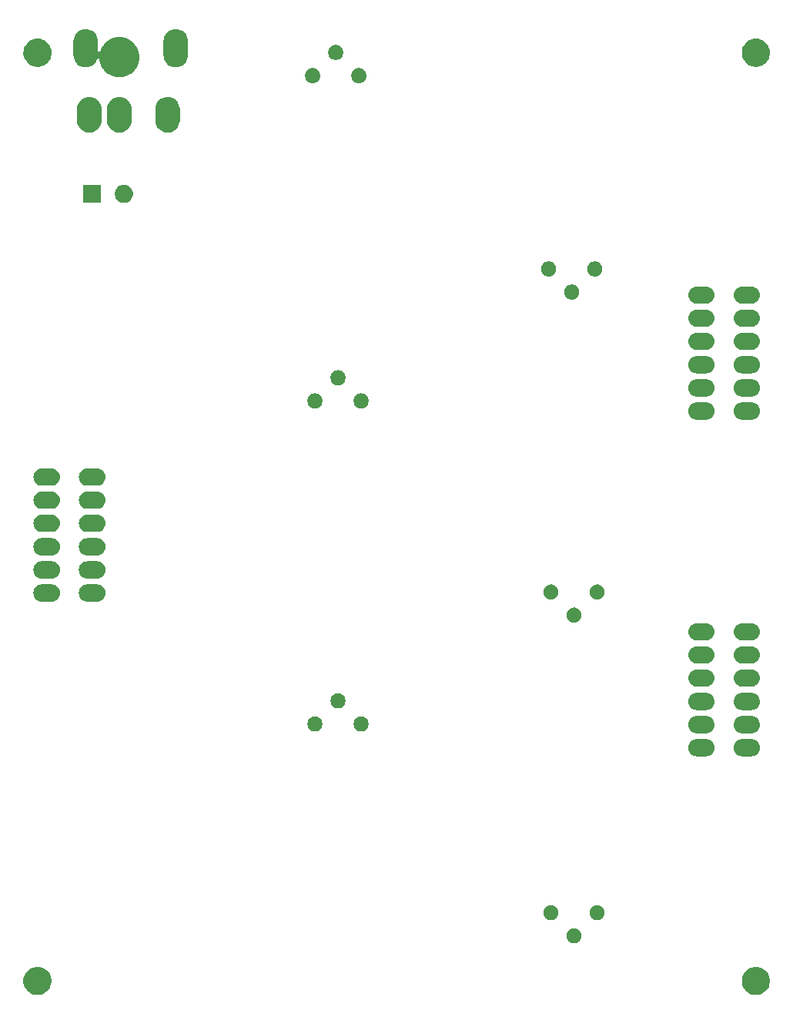
<source format=gbr>
G04 #@! TF.GenerationSoftware,KiCad,Pcbnew,(5.0.2)-1*
G04 #@! TF.CreationDate,2019-03-05T16:27:41-05:00*
G04 #@! TF.ProjectId,piezo_V2,7069657a-6f5f-4563-922e-6b696361645f,rev?*
G04 #@! TF.SameCoordinates,Original*
G04 #@! TF.FileFunction,Soldermask,Bot*
G04 #@! TF.FilePolarity,Negative*
%FSLAX46Y46*%
G04 Gerber Fmt 4.6, Leading zero omitted, Abs format (unit mm)*
G04 Created by KiCad (PCBNEW (5.0.2)-1) date 3/5/2019 4:27:41 PM*
%MOMM*%
%LPD*%
G01*
G04 APERTURE LIST*
%ADD10C,1.000000*%
G04 APERTURE END LIST*
D10*
G36*
X188252481Y-141469855D02*
X188452118Y-141509565D01*
X188640173Y-141587460D01*
X188734201Y-141626408D01*
X188988071Y-141796038D01*
X189203962Y-142011929D01*
X189373592Y-142265799D01*
X189373592Y-142265800D01*
X189490435Y-142547882D01*
X189550000Y-142847338D01*
X189550000Y-143152662D01*
X189490435Y-143452118D01*
X189412540Y-143640173D01*
X189373592Y-143734201D01*
X189203962Y-143988071D01*
X188988071Y-144203962D01*
X188734201Y-144373592D01*
X188640173Y-144412540D01*
X188452118Y-144490435D01*
X188252481Y-144530145D01*
X188152663Y-144550000D01*
X187847337Y-144550000D01*
X187747519Y-144530145D01*
X187547882Y-144490435D01*
X187359827Y-144412540D01*
X187265799Y-144373592D01*
X187011929Y-144203962D01*
X186796038Y-143988071D01*
X186626408Y-143734201D01*
X186587460Y-143640173D01*
X186509565Y-143452118D01*
X186450000Y-143152662D01*
X186450000Y-142847338D01*
X186509565Y-142547882D01*
X186626408Y-142265800D01*
X186626408Y-142265799D01*
X186796038Y-142011929D01*
X187011929Y-141796038D01*
X187265799Y-141626408D01*
X187359827Y-141587460D01*
X187547882Y-141509565D01*
X187747519Y-141469855D01*
X187847337Y-141450000D01*
X188152663Y-141450000D01*
X188252481Y-141469855D01*
X188252481Y-141469855D01*
G37*
G36*
X109252481Y-141469855D02*
X109452118Y-141509565D01*
X109640173Y-141587460D01*
X109734201Y-141626408D01*
X109988071Y-141796038D01*
X110203962Y-142011929D01*
X110373592Y-142265799D01*
X110373592Y-142265800D01*
X110490435Y-142547882D01*
X110550000Y-142847338D01*
X110550000Y-143152662D01*
X110490435Y-143452118D01*
X110412540Y-143640173D01*
X110373592Y-143734201D01*
X110203962Y-143988071D01*
X109988071Y-144203962D01*
X109734201Y-144373592D01*
X109640173Y-144412540D01*
X109452118Y-144490435D01*
X109252481Y-144530145D01*
X109152663Y-144550000D01*
X108847337Y-144550000D01*
X108747519Y-144530145D01*
X108547882Y-144490435D01*
X108359827Y-144412540D01*
X108265799Y-144373592D01*
X108011929Y-144203962D01*
X107796038Y-143988071D01*
X107626408Y-143734201D01*
X107587460Y-143640173D01*
X107509565Y-143452118D01*
X107450000Y-143152662D01*
X107450000Y-142847338D01*
X107509565Y-142547882D01*
X107626408Y-142265800D01*
X107626408Y-142265799D01*
X107796038Y-142011929D01*
X108011929Y-141796038D01*
X108265799Y-141626408D01*
X108359827Y-141587460D01*
X108547882Y-141509565D01*
X108747519Y-141469855D01*
X108847337Y-141450000D01*
X109152663Y-141450000D01*
X109252481Y-141469855D01*
X109252481Y-141469855D01*
G37*
G36*
X168161925Y-137225948D02*
X168242102Y-137241896D01*
X168304669Y-137267813D01*
X168393151Y-137304463D01*
X168529097Y-137395299D01*
X168644701Y-137510903D01*
X168735537Y-137646849D01*
X168798104Y-137797899D01*
X168830000Y-137958251D01*
X168830000Y-138121749D01*
X168798104Y-138282101D01*
X168735537Y-138433151D01*
X168644701Y-138569097D01*
X168529097Y-138684701D01*
X168393151Y-138775537D01*
X168304669Y-138812187D01*
X168242102Y-138838104D01*
X168161925Y-138854052D01*
X168081749Y-138870000D01*
X167918251Y-138870000D01*
X167838075Y-138854052D01*
X167757898Y-138838104D01*
X167695331Y-138812187D01*
X167606849Y-138775537D01*
X167470903Y-138684701D01*
X167355299Y-138569097D01*
X167264463Y-138433151D01*
X167201896Y-138282101D01*
X167170000Y-138121749D01*
X167170000Y-137958251D01*
X167201896Y-137797899D01*
X167264463Y-137646849D01*
X167355299Y-137510903D01*
X167470903Y-137395299D01*
X167606849Y-137304463D01*
X167695331Y-137267813D01*
X167757898Y-137241896D01*
X167838075Y-137225948D01*
X167918251Y-137210000D01*
X168081749Y-137210000D01*
X168161925Y-137225948D01*
X168161925Y-137225948D01*
G37*
G36*
X170701925Y-134685948D02*
X170782102Y-134701896D01*
X170844669Y-134727813D01*
X170933151Y-134764463D01*
X171069097Y-134855299D01*
X171184701Y-134970903D01*
X171275537Y-135106849D01*
X171338104Y-135257899D01*
X171370000Y-135418251D01*
X171370000Y-135581749D01*
X171338104Y-135742101D01*
X171275537Y-135893151D01*
X171184701Y-136029097D01*
X171069097Y-136144701D01*
X170933151Y-136235537D01*
X170844669Y-136272187D01*
X170782102Y-136298104D01*
X170701925Y-136314052D01*
X170621749Y-136330000D01*
X170458251Y-136330000D01*
X170378075Y-136314052D01*
X170297898Y-136298104D01*
X170235331Y-136272187D01*
X170146849Y-136235537D01*
X170010903Y-136144701D01*
X169895299Y-136029097D01*
X169804463Y-135893151D01*
X169741896Y-135742101D01*
X169710000Y-135581749D01*
X169710000Y-135418251D01*
X169741896Y-135257899D01*
X169804463Y-135106849D01*
X169895299Y-134970903D01*
X170010903Y-134855299D01*
X170146849Y-134764463D01*
X170235331Y-134727813D01*
X170297898Y-134701896D01*
X170378075Y-134685948D01*
X170458251Y-134670000D01*
X170621749Y-134670000D01*
X170701925Y-134685948D01*
X170701925Y-134685948D01*
G37*
G36*
X165621925Y-134685948D02*
X165702102Y-134701896D01*
X165764669Y-134727813D01*
X165853151Y-134764463D01*
X165989097Y-134855299D01*
X166104701Y-134970903D01*
X166195537Y-135106849D01*
X166258104Y-135257899D01*
X166290000Y-135418251D01*
X166290000Y-135581749D01*
X166258104Y-135742101D01*
X166195537Y-135893151D01*
X166104701Y-136029097D01*
X165989097Y-136144701D01*
X165853151Y-136235537D01*
X165764669Y-136272187D01*
X165702102Y-136298104D01*
X165621925Y-136314052D01*
X165541749Y-136330000D01*
X165378251Y-136330000D01*
X165298075Y-136314052D01*
X165217898Y-136298104D01*
X165155331Y-136272187D01*
X165066849Y-136235537D01*
X164930903Y-136144701D01*
X164815299Y-136029097D01*
X164724463Y-135893151D01*
X164661896Y-135742101D01*
X164630000Y-135581749D01*
X164630000Y-135418251D01*
X164661896Y-135257899D01*
X164724463Y-135106849D01*
X164815299Y-134970903D01*
X164930903Y-134855299D01*
X165066849Y-134764463D01*
X165155331Y-134727813D01*
X165217898Y-134701896D01*
X165298075Y-134685948D01*
X165378251Y-134670000D01*
X165541749Y-134670000D01*
X165621925Y-134685948D01*
X165621925Y-134685948D01*
G37*
G36*
X182686232Y-116433746D02*
X182775770Y-116460907D01*
X182865309Y-116488068D01*
X183030347Y-116576283D01*
X183175001Y-116694999D01*
X183293717Y-116839653D01*
X183381932Y-117004691D01*
X183436254Y-117183769D01*
X183454596Y-117370000D01*
X183436254Y-117556231D01*
X183381932Y-117735309D01*
X183293717Y-117900347D01*
X183175001Y-118045001D01*
X183030347Y-118163717D01*
X182865309Y-118251932D01*
X182775770Y-118279093D01*
X182686232Y-118306254D01*
X182546666Y-118320000D01*
X181453334Y-118320000D01*
X181313768Y-118306254D01*
X181224230Y-118279093D01*
X181134691Y-118251932D01*
X180969653Y-118163717D01*
X180824999Y-118045001D01*
X180706283Y-117900347D01*
X180618068Y-117735309D01*
X180563746Y-117556231D01*
X180545404Y-117370000D01*
X180563746Y-117183769D01*
X180618068Y-117004691D01*
X180706283Y-116839653D01*
X180824999Y-116694999D01*
X180969653Y-116576283D01*
X181134691Y-116488068D01*
X181224230Y-116460907D01*
X181313768Y-116433746D01*
X181453334Y-116420000D01*
X182546666Y-116420000D01*
X182686232Y-116433746D01*
X182686232Y-116433746D01*
G37*
G36*
X187686232Y-116433746D02*
X187775770Y-116460907D01*
X187865309Y-116488068D01*
X188030347Y-116576283D01*
X188175001Y-116694999D01*
X188293717Y-116839653D01*
X188381932Y-117004691D01*
X188436254Y-117183769D01*
X188454596Y-117370000D01*
X188436254Y-117556231D01*
X188381932Y-117735309D01*
X188293717Y-117900347D01*
X188175001Y-118045001D01*
X188030347Y-118163717D01*
X187865309Y-118251932D01*
X187775770Y-118279093D01*
X187686232Y-118306254D01*
X187546666Y-118320000D01*
X186453334Y-118320000D01*
X186313768Y-118306254D01*
X186224230Y-118279093D01*
X186134691Y-118251932D01*
X185969653Y-118163717D01*
X185824999Y-118045001D01*
X185706283Y-117900347D01*
X185618068Y-117735309D01*
X185563746Y-117556231D01*
X185545404Y-117370000D01*
X185563746Y-117183769D01*
X185618068Y-117004691D01*
X185706283Y-116839653D01*
X185824999Y-116694999D01*
X185969653Y-116576283D01*
X186134691Y-116488068D01*
X186224230Y-116460907D01*
X186313768Y-116433746D01*
X186453334Y-116420000D01*
X187546666Y-116420000D01*
X187686232Y-116433746D01*
X187686232Y-116433746D01*
G37*
G36*
X187616448Y-113886873D02*
X187686232Y-113893746D01*
X187772780Y-113920000D01*
X187865309Y-113948068D01*
X188030347Y-114036283D01*
X188175001Y-114154999D01*
X188293717Y-114299653D01*
X188381932Y-114464691D01*
X188395039Y-114507899D01*
X188436254Y-114643768D01*
X188454596Y-114830000D01*
X188438631Y-114992102D01*
X188436254Y-115016231D01*
X188381932Y-115195309D01*
X188293717Y-115360347D01*
X188175001Y-115505001D01*
X188030347Y-115623717D01*
X187865309Y-115711932D01*
X187775770Y-115739093D01*
X187686232Y-115766254D01*
X187616448Y-115773127D01*
X187546666Y-115780000D01*
X186453334Y-115780000D01*
X186383552Y-115773127D01*
X186313768Y-115766254D01*
X186224230Y-115739093D01*
X186134691Y-115711932D01*
X185969653Y-115623717D01*
X185824999Y-115505001D01*
X185706283Y-115360347D01*
X185618068Y-115195309D01*
X185563746Y-115016231D01*
X185561370Y-114992102D01*
X185545404Y-114830000D01*
X185563746Y-114643768D01*
X185604961Y-114507899D01*
X185618068Y-114464691D01*
X185706283Y-114299653D01*
X185824999Y-114154999D01*
X185969653Y-114036283D01*
X186134691Y-113948068D01*
X186227220Y-113920000D01*
X186313768Y-113893746D01*
X186383552Y-113886873D01*
X186453334Y-113880000D01*
X187546666Y-113880000D01*
X187616448Y-113886873D01*
X187616448Y-113886873D01*
G37*
G36*
X182616448Y-113886873D02*
X182686232Y-113893746D01*
X182772780Y-113920000D01*
X182865309Y-113948068D01*
X183030347Y-114036283D01*
X183175001Y-114154999D01*
X183293717Y-114299653D01*
X183381932Y-114464691D01*
X183395039Y-114507899D01*
X183436254Y-114643768D01*
X183454596Y-114830000D01*
X183438631Y-114992102D01*
X183436254Y-115016231D01*
X183381932Y-115195309D01*
X183293717Y-115360347D01*
X183175001Y-115505001D01*
X183030347Y-115623717D01*
X182865309Y-115711932D01*
X182775770Y-115739093D01*
X182686232Y-115766254D01*
X182616448Y-115773127D01*
X182546666Y-115780000D01*
X181453334Y-115780000D01*
X181383552Y-115773127D01*
X181313768Y-115766254D01*
X181224230Y-115739093D01*
X181134691Y-115711932D01*
X180969653Y-115623717D01*
X180824999Y-115505001D01*
X180706283Y-115360347D01*
X180618068Y-115195309D01*
X180563746Y-115016231D01*
X180561370Y-114992102D01*
X180545404Y-114830000D01*
X180563746Y-114643768D01*
X180604961Y-114507899D01*
X180618068Y-114464691D01*
X180706283Y-114299653D01*
X180824999Y-114154999D01*
X180969653Y-114036283D01*
X181134691Y-113948068D01*
X181227220Y-113920000D01*
X181313768Y-113893746D01*
X181383552Y-113886873D01*
X181453334Y-113880000D01*
X182546666Y-113880000D01*
X182616448Y-113886873D01*
X182616448Y-113886873D01*
G37*
G36*
X139661925Y-113935948D02*
X139742102Y-113951896D01*
X139804669Y-113977813D01*
X139893151Y-114014463D01*
X140029097Y-114105299D01*
X140144701Y-114220903D01*
X140235537Y-114356849D01*
X140298104Y-114507899D01*
X140330000Y-114668251D01*
X140330000Y-114831749D01*
X140298104Y-114992101D01*
X140235537Y-115143151D01*
X140144701Y-115279097D01*
X140029097Y-115394701D01*
X139893151Y-115485537D01*
X139804669Y-115522187D01*
X139742102Y-115548104D01*
X139661925Y-115564052D01*
X139581749Y-115580000D01*
X139418251Y-115580000D01*
X139338075Y-115564052D01*
X139257898Y-115548104D01*
X139195331Y-115522187D01*
X139106849Y-115485537D01*
X138970903Y-115394701D01*
X138855299Y-115279097D01*
X138764463Y-115143151D01*
X138701896Y-114992101D01*
X138670000Y-114831749D01*
X138670000Y-114668251D01*
X138701896Y-114507899D01*
X138764463Y-114356849D01*
X138855299Y-114220903D01*
X138970903Y-114105299D01*
X139106849Y-114014463D01*
X139195331Y-113977813D01*
X139257898Y-113951896D01*
X139338075Y-113935948D01*
X139418251Y-113920000D01*
X139581749Y-113920000D01*
X139661925Y-113935948D01*
X139661925Y-113935948D01*
G37*
G36*
X144741925Y-113935948D02*
X144822102Y-113951896D01*
X144884669Y-113977813D01*
X144973151Y-114014463D01*
X145109097Y-114105299D01*
X145224701Y-114220903D01*
X145315537Y-114356849D01*
X145378104Y-114507899D01*
X145410000Y-114668251D01*
X145410000Y-114831749D01*
X145378104Y-114992101D01*
X145315537Y-115143151D01*
X145224701Y-115279097D01*
X145109097Y-115394701D01*
X144973151Y-115485537D01*
X144884669Y-115522187D01*
X144822102Y-115548104D01*
X144741925Y-115564052D01*
X144661749Y-115580000D01*
X144498251Y-115580000D01*
X144418075Y-115564052D01*
X144337898Y-115548104D01*
X144275331Y-115522187D01*
X144186849Y-115485537D01*
X144050903Y-115394701D01*
X143935299Y-115279097D01*
X143844463Y-115143151D01*
X143781896Y-114992101D01*
X143750000Y-114831749D01*
X143750000Y-114668251D01*
X143781896Y-114507899D01*
X143844463Y-114356849D01*
X143935299Y-114220903D01*
X144050903Y-114105299D01*
X144186849Y-114014463D01*
X144275331Y-113977813D01*
X144337898Y-113951896D01*
X144418075Y-113935948D01*
X144498251Y-113920000D01*
X144661749Y-113920000D01*
X144741925Y-113935948D01*
X144741925Y-113935948D01*
G37*
G36*
X182686232Y-111353746D02*
X182772780Y-111380000D01*
X182865309Y-111408068D01*
X183030347Y-111496283D01*
X183175001Y-111614999D01*
X183293717Y-111759653D01*
X183381932Y-111924691D01*
X183395039Y-111967899D01*
X183436254Y-112103768D01*
X183454596Y-112290000D01*
X183438631Y-112452102D01*
X183436254Y-112476231D01*
X183381932Y-112655309D01*
X183293717Y-112820347D01*
X183175001Y-112965001D01*
X183030347Y-113083717D01*
X182865309Y-113171932D01*
X182775770Y-113199093D01*
X182686232Y-113226254D01*
X182546666Y-113240000D01*
X181453334Y-113240000D01*
X181313768Y-113226254D01*
X181224230Y-113199093D01*
X181134691Y-113171932D01*
X180969653Y-113083717D01*
X180824999Y-112965001D01*
X180706283Y-112820347D01*
X180618068Y-112655309D01*
X180563746Y-112476231D01*
X180561370Y-112452102D01*
X180545404Y-112290000D01*
X180563746Y-112103768D01*
X180604961Y-111967899D01*
X180618068Y-111924691D01*
X180706283Y-111759653D01*
X180824999Y-111614999D01*
X180969653Y-111496283D01*
X181134691Y-111408068D01*
X181227220Y-111380000D01*
X181313768Y-111353746D01*
X181453334Y-111340000D01*
X182546666Y-111340000D01*
X182686232Y-111353746D01*
X182686232Y-111353746D01*
G37*
G36*
X187686232Y-111353746D02*
X187772780Y-111380000D01*
X187865309Y-111408068D01*
X188030347Y-111496283D01*
X188175001Y-111614999D01*
X188293717Y-111759653D01*
X188381932Y-111924691D01*
X188395039Y-111967899D01*
X188436254Y-112103768D01*
X188454596Y-112290000D01*
X188438631Y-112452102D01*
X188436254Y-112476231D01*
X188381932Y-112655309D01*
X188293717Y-112820347D01*
X188175001Y-112965001D01*
X188030347Y-113083717D01*
X187865309Y-113171932D01*
X187775770Y-113199093D01*
X187686232Y-113226254D01*
X187546666Y-113240000D01*
X186453334Y-113240000D01*
X186313768Y-113226254D01*
X186224230Y-113199093D01*
X186134691Y-113171932D01*
X185969653Y-113083717D01*
X185824999Y-112965001D01*
X185706283Y-112820347D01*
X185618068Y-112655309D01*
X185563746Y-112476231D01*
X185561370Y-112452102D01*
X185545404Y-112290000D01*
X185563746Y-112103768D01*
X185604961Y-111967899D01*
X185618068Y-111924691D01*
X185706283Y-111759653D01*
X185824999Y-111614999D01*
X185969653Y-111496283D01*
X186134691Y-111408068D01*
X186227220Y-111380000D01*
X186313768Y-111353746D01*
X186453334Y-111340000D01*
X187546666Y-111340000D01*
X187686232Y-111353746D01*
X187686232Y-111353746D01*
G37*
G36*
X142201925Y-111395948D02*
X142282102Y-111411896D01*
X142344669Y-111437813D01*
X142433151Y-111474463D01*
X142569097Y-111565299D01*
X142684701Y-111680903D01*
X142775537Y-111816849D01*
X142838104Y-111967899D01*
X142870000Y-112128251D01*
X142870000Y-112291749D01*
X142838104Y-112452101D01*
X142775537Y-112603151D01*
X142684701Y-112739097D01*
X142569097Y-112854701D01*
X142433151Y-112945537D01*
X142344669Y-112982187D01*
X142282102Y-113008104D01*
X142201925Y-113024052D01*
X142121749Y-113040000D01*
X141958251Y-113040000D01*
X141878075Y-113024052D01*
X141797898Y-113008104D01*
X141735331Y-112982187D01*
X141646849Y-112945537D01*
X141510903Y-112854701D01*
X141395299Y-112739097D01*
X141304463Y-112603151D01*
X141241896Y-112452101D01*
X141210000Y-112291749D01*
X141210000Y-112128251D01*
X141241896Y-111967899D01*
X141304463Y-111816849D01*
X141395299Y-111680903D01*
X141510903Y-111565299D01*
X141646849Y-111474463D01*
X141735331Y-111437813D01*
X141797898Y-111411896D01*
X141878075Y-111395948D01*
X141958251Y-111380000D01*
X142121749Y-111380000D01*
X142201925Y-111395948D01*
X142201925Y-111395948D01*
G37*
G36*
X182686232Y-108773746D02*
X182775770Y-108800907D01*
X182865309Y-108828068D01*
X183030347Y-108916283D01*
X183175001Y-109034999D01*
X183293717Y-109179653D01*
X183381932Y-109344691D01*
X183436254Y-109523769D01*
X183454596Y-109710000D01*
X183436254Y-109896231D01*
X183381932Y-110075309D01*
X183293717Y-110240347D01*
X183175001Y-110385001D01*
X183030347Y-110503717D01*
X182865309Y-110591932D01*
X182775770Y-110619093D01*
X182686232Y-110646254D01*
X182616448Y-110653127D01*
X182546666Y-110660000D01*
X181453334Y-110660000D01*
X181383552Y-110653127D01*
X181313768Y-110646254D01*
X181224230Y-110619093D01*
X181134691Y-110591932D01*
X180969653Y-110503717D01*
X180824999Y-110385001D01*
X180706283Y-110240347D01*
X180618068Y-110075309D01*
X180563746Y-109896231D01*
X180545404Y-109710000D01*
X180563746Y-109523769D01*
X180618068Y-109344691D01*
X180706283Y-109179653D01*
X180824999Y-109034999D01*
X180969653Y-108916283D01*
X181134691Y-108828068D01*
X181224230Y-108800907D01*
X181313768Y-108773746D01*
X181453334Y-108760000D01*
X182546666Y-108760000D01*
X182686232Y-108773746D01*
X182686232Y-108773746D01*
G37*
G36*
X187686232Y-108773746D02*
X187775770Y-108800907D01*
X187865309Y-108828068D01*
X188030347Y-108916283D01*
X188175001Y-109034999D01*
X188293717Y-109179653D01*
X188381932Y-109344691D01*
X188436254Y-109523769D01*
X188454596Y-109710000D01*
X188436254Y-109896231D01*
X188381932Y-110075309D01*
X188293717Y-110240347D01*
X188175001Y-110385001D01*
X188030347Y-110503717D01*
X187865309Y-110591932D01*
X187775770Y-110619093D01*
X187686232Y-110646254D01*
X187616448Y-110653127D01*
X187546666Y-110660000D01*
X186453334Y-110660000D01*
X186383552Y-110653127D01*
X186313768Y-110646254D01*
X186224230Y-110619093D01*
X186134691Y-110591932D01*
X185969653Y-110503717D01*
X185824999Y-110385001D01*
X185706283Y-110240347D01*
X185618068Y-110075309D01*
X185563746Y-109896231D01*
X185545404Y-109710000D01*
X185563746Y-109523769D01*
X185618068Y-109344691D01*
X185706283Y-109179653D01*
X185824999Y-109034999D01*
X185969653Y-108916283D01*
X186134691Y-108828068D01*
X186224230Y-108800907D01*
X186313768Y-108773746D01*
X186453334Y-108760000D01*
X187546666Y-108760000D01*
X187686232Y-108773746D01*
X187686232Y-108773746D01*
G37*
G36*
X182686232Y-106233746D02*
X182775770Y-106260907D01*
X182865309Y-106288068D01*
X183030347Y-106376283D01*
X183175001Y-106494999D01*
X183293717Y-106639653D01*
X183381932Y-106804691D01*
X183436254Y-106983769D01*
X183454596Y-107170000D01*
X183436254Y-107356231D01*
X183381932Y-107535309D01*
X183293717Y-107700347D01*
X183175001Y-107845001D01*
X183030347Y-107963717D01*
X182865309Y-108051932D01*
X182775770Y-108079093D01*
X182686232Y-108106254D01*
X182546666Y-108120000D01*
X181453334Y-108120000D01*
X181313768Y-108106254D01*
X181224230Y-108079093D01*
X181134691Y-108051932D01*
X180969653Y-107963717D01*
X180824999Y-107845001D01*
X180706283Y-107700347D01*
X180618068Y-107535309D01*
X180563746Y-107356231D01*
X180545404Y-107170000D01*
X180563746Y-106983769D01*
X180618068Y-106804691D01*
X180706283Y-106639653D01*
X180824999Y-106494999D01*
X180969653Y-106376283D01*
X181134691Y-106288068D01*
X181224230Y-106260907D01*
X181313768Y-106233746D01*
X181453334Y-106220000D01*
X182546666Y-106220000D01*
X182686232Y-106233746D01*
X182686232Y-106233746D01*
G37*
G36*
X187686232Y-106233746D02*
X187775770Y-106260907D01*
X187865309Y-106288068D01*
X188030347Y-106376283D01*
X188175001Y-106494999D01*
X188293717Y-106639653D01*
X188381932Y-106804691D01*
X188436254Y-106983769D01*
X188454596Y-107170000D01*
X188436254Y-107356231D01*
X188381932Y-107535309D01*
X188293717Y-107700347D01*
X188175001Y-107845001D01*
X188030347Y-107963717D01*
X187865309Y-108051932D01*
X187775770Y-108079093D01*
X187686232Y-108106254D01*
X187546666Y-108120000D01*
X186453334Y-108120000D01*
X186313768Y-108106254D01*
X186224230Y-108079093D01*
X186134691Y-108051932D01*
X185969653Y-107963717D01*
X185824999Y-107845001D01*
X185706283Y-107700347D01*
X185618068Y-107535309D01*
X185563746Y-107356231D01*
X185545404Y-107170000D01*
X185563746Y-106983769D01*
X185618068Y-106804691D01*
X185706283Y-106639653D01*
X185824999Y-106494999D01*
X185969653Y-106376283D01*
X186134691Y-106288068D01*
X186224230Y-106260907D01*
X186313768Y-106233746D01*
X186453334Y-106220000D01*
X187546666Y-106220000D01*
X187686232Y-106233746D01*
X187686232Y-106233746D01*
G37*
G36*
X182616448Y-103686873D02*
X182686232Y-103693746D01*
X182775770Y-103720907D01*
X182865309Y-103748068D01*
X183030347Y-103836283D01*
X183175001Y-103954999D01*
X183293717Y-104099653D01*
X183381932Y-104264691D01*
X183436254Y-104443769D01*
X183454596Y-104630000D01*
X183436254Y-104816231D01*
X183381932Y-104995309D01*
X183293717Y-105160347D01*
X183175001Y-105305001D01*
X183030347Y-105423717D01*
X182865309Y-105511932D01*
X182775770Y-105539093D01*
X182686232Y-105566254D01*
X182616448Y-105573127D01*
X182546666Y-105580000D01*
X181453334Y-105580000D01*
X181383552Y-105573127D01*
X181313768Y-105566254D01*
X181224230Y-105539093D01*
X181134691Y-105511932D01*
X180969653Y-105423717D01*
X180824999Y-105305001D01*
X180706283Y-105160347D01*
X180618068Y-104995309D01*
X180563746Y-104816231D01*
X180545404Y-104630000D01*
X180563746Y-104443769D01*
X180618068Y-104264691D01*
X180706283Y-104099653D01*
X180824999Y-103954999D01*
X180969653Y-103836283D01*
X181134691Y-103748068D01*
X181224230Y-103720907D01*
X181313768Y-103693746D01*
X181453334Y-103680000D01*
X182546666Y-103680000D01*
X182616448Y-103686873D01*
X182616448Y-103686873D01*
G37*
G36*
X187616448Y-103686873D02*
X187686232Y-103693746D01*
X187775770Y-103720907D01*
X187865309Y-103748068D01*
X188030347Y-103836283D01*
X188175001Y-103954999D01*
X188293717Y-104099653D01*
X188381932Y-104264691D01*
X188436254Y-104443769D01*
X188454596Y-104630000D01*
X188436254Y-104816231D01*
X188381932Y-104995309D01*
X188293717Y-105160347D01*
X188175001Y-105305001D01*
X188030347Y-105423717D01*
X187865309Y-105511932D01*
X187775770Y-105539093D01*
X187686232Y-105566254D01*
X187616448Y-105573127D01*
X187546666Y-105580000D01*
X186453334Y-105580000D01*
X186383552Y-105573127D01*
X186313768Y-105566254D01*
X186224230Y-105539093D01*
X186134691Y-105511932D01*
X185969653Y-105423717D01*
X185824999Y-105305001D01*
X185706283Y-105160347D01*
X185618068Y-104995309D01*
X185563746Y-104816231D01*
X185545404Y-104630000D01*
X185563746Y-104443769D01*
X185618068Y-104264691D01*
X185706283Y-104099653D01*
X185824999Y-103954999D01*
X185969653Y-103836283D01*
X186134691Y-103748068D01*
X186224230Y-103720907D01*
X186313768Y-103693746D01*
X186453334Y-103680000D01*
X187546666Y-103680000D01*
X187616448Y-103686873D01*
X187616448Y-103686873D01*
G37*
G36*
X168161925Y-101975948D02*
X168242102Y-101991896D01*
X168304669Y-102017813D01*
X168393151Y-102054463D01*
X168529097Y-102145299D01*
X168644701Y-102260903D01*
X168735537Y-102396849D01*
X168798104Y-102547899D01*
X168830000Y-102708251D01*
X168830000Y-102871749D01*
X168798104Y-103032101D01*
X168735537Y-103183151D01*
X168644701Y-103319097D01*
X168529097Y-103434701D01*
X168393151Y-103525537D01*
X168304669Y-103562187D01*
X168242102Y-103588104D01*
X168161925Y-103604052D01*
X168081749Y-103620000D01*
X167918251Y-103620000D01*
X167838075Y-103604052D01*
X167757898Y-103588104D01*
X167695331Y-103562187D01*
X167606849Y-103525537D01*
X167470903Y-103434701D01*
X167355299Y-103319097D01*
X167264463Y-103183151D01*
X167201896Y-103032101D01*
X167170000Y-102871749D01*
X167170000Y-102708251D01*
X167201896Y-102547899D01*
X167264463Y-102396849D01*
X167355299Y-102260903D01*
X167470903Y-102145299D01*
X167606849Y-102054463D01*
X167695331Y-102017813D01*
X167757898Y-101991896D01*
X167838075Y-101975948D01*
X167918251Y-101960000D01*
X168081749Y-101960000D01*
X168161925Y-101975948D01*
X168161925Y-101975948D01*
G37*
G36*
X115616448Y-99426873D02*
X115686232Y-99433746D01*
X115775770Y-99460907D01*
X115865309Y-99488068D01*
X116030347Y-99576283D01*
X116175001Y-99694999D01*
X116293717Y-99839653D01*
X116381932Y-100004691D01*
X116436254Y-100183769D01*
X116454596Y-100370000D01*
X116436254Y-100556231D01*
X116381932Y-100735309D01*
X116293717Y-100900347D01*
X116175001Y-101045001D01*
X116030347Y-101163717D01*
X115865309Y-101251932D01*
X115775770Y-101279093D01*
X115686232Y-101306254D01*
X115616448Y-101313127D01*
X115546666Y-101320000D01*
X114453334Y-101320000D01*
X114383552Y-101313127D01*
X114313768Y-101306254D01*
X114224230Y-101279093D01*
X114134691Y-101251932D01*
X113969653Y-101163717D01*
X113824999Y-101045001D01*
X113706283Y-100900347D01*
X113618068Y-100735309D01*
X113563746Y-100556231D01*
X113545404Y-100370000D01*
X113563746Y-100183769D01*
X113618068Y-100004691D01*
X113706283Y-99839653D01*
X113824999Y-99694999D01*
X113969653Y-99576283D01*
X114134691Y-99488068D01*
X114224230Y-99460907D01*
X114313768Y-99433746D01*
X114383552Y-99426873D01*
X114453334Y-99420000D01*
X115546666Y-99420000D01*
X115616448Y-99426873D01*
X115616448Y-99426873D01*
G37*
G36*
X110616448Y-99426873D02*
X110686232Y-99433746D01*
X110775770Y-99460907D01*
X110865309Y-99488068D01*
X111030347Y-99576283D01*
X111175001Y-99694999D01*
X111293717Y-99839653D01*
X111381932Y-100004691D01*
X111436254Y-100183769D01*
X111454596Y-100370000D01*
X111436254Y-100556231D01*
X111381932Y-100735309D01*
X111293717Y-100900347D01*
X111175001Y-101045001D01*
X111030347Y-101163717D01*
X110865309Y-101251932D01*
X110775770Y-101279093D01*
X110686232Y-101306254D01*
X110616448Y-101313127D01*
X110546666Y-101320000D01*
X109453334Y-101320000D01*
X109383552Y-101313127D01*
X109313768Y-101306254D01*
X109224230Y-101279093D01*
X109134691Y-101251932D01*
X108969653Y-101163717D01*
X108824999Y-101045001D01*
X108706283Y-100900347D01*
X108618068Y-100735309D01*
X108563746Y-100556231D01*
X108545404Y-100370000D01*
X108563746Y-100183769D01*
X108618068Y-100004691D01*
X108706283Y-99839653D01*
X108824999Y-99694999D01*
X108969653Y-99576283D01*
X109134691Y-99488068D01*
X109224230Y-99460907D01*
X109313768Y-99433746D01*
X109383552Y-99426873D01*
X109453334Y-99420000D01*
X110546666Y-99420000D01*
X110616448Y-99426873D01*
X110616448Y-99426873D01*
G37*
G36*
X165610855Y-99433746D02*
X165702102Y-99451896D01*
X165764669Y-99477813D01*
X165853151Y-99514463D01*
X165989097Y-99605299D01*
X166104701Y-99720903D01*
X166195537Y-99856849D01*
X166232187Y-99945331D01*
X166256776Y-100004691D01*
X166258104Y-100007899D01*
X166290000Y-100168251D01*
X166290000Y-100331749D01*
X166258104Y-100492101D01*
X166195537Y-100643151D01*
X166104701Y-100779097D01*
X165989097Y-100894701D01*
X165853151Y-100985537D01*
X165764669Y-101022187D01*
X165702102Y-101048104D01*
X165621925Y-101064052D01*
X165541749Y-101080000D01*
X165378251Y-101080000D01*
X165298075Y-101064052D01*
X165217898Y-101048104D01*
X165155331Y-101022187D01*
X165066849Y-100985537D01*
X164930903Y-100894701D01*
X164815299Y-100779097D01*
X164724463Y-100643151D01*
X164661896Y-100492101D01*
X164630000Y-100331749D01*
X164630000Y-100168251D01*
X164661896Y-100007899D01*
X164663225Y-100004691D01*
X164687813Y-99945331D01*
X164724463Y-99856849D01*
X164815299Y-99720903D01*
X164930903Y-99605299D01*
X165066849Y-99514463D01*
X165155331Y-99477813D01*
X165217898Y-99451896D01*
X165309145Y-99433746D01*
X165378251Y-99420000D01*
X165541749Y-99420000D01*
X165610855Y-99433746D01*
X165610855Y-99433746D01*
G37*
G36*
X170690855Y-99433746D02*
X170782102Y-99451896D01*
X170844669Y-99477813D01*
X170933151Y-99514463D01*
X171069097Y-99605299D01*
X171184701Y-99720903D01*
X171275537Y-99856849D01*
X171312187Y-99945331D01*
X171336776Y-100004691D01*
X171338104Y-100007899D01*
X171370000Y-100168251D01*
X171370000Y-100331749D01*
X171338104Y-100492101D01*
X171275537Y-100643151D01*
X171184701Y-100779097D01*
X171069097Y-100894701D01*
X170933151Y-100985537D01*
X170844669Y-101022187D01*
X170782102Y-101048104D01*
X170701925Y-101064052D01*
X170621749Y-101080000D01*
X170458251Y-101080000D01*
X170378075Y-101064052D01*
X170297898Y-101048104D01*
X170235331Y-101022187D01*
X170146849Y-100985537D01*
X170010903Y-100894701D01*
X169895299Y-100779097D01*
X169804463Y-100643151D01*
X169741896Y-100492101D01*
X169710000Y-100331749D01*
X169710000Y-100168251D01*
X169741896Y-100007899D01*
X169743225Y-100004691D01*
X169767813Y-99945331D01*
X169804463Y-99856849D01*
X169895299Y-99720903D01*
X170010903Y-99605299D01*
X170146849Y-99514463D01*
X170235331Y-99477813D01*
X170297898Y-99451896D01*
X170389145Y-99433746D01*
X170458251Y-99420000D01*
X170621749Y-99420000D01*
X170690855Y-99433746D01*
X170690855Y-99433746D01*
G37*
G36*
X110686232Y-96893746D02*
X110775770Y-96920907D01*
X110865309Y-96948068D01*
X111030347Y-97036283D01*
X111175001Y-97154999D01*
X111293717Y-97299653D01*
X111381932Y-97464691D01*
X111436254Y-97643769D01*
X111454596Y-97830000D01*
X111436254Y-98016231D01*
X111381932Y-98195309D01*
X111293717Y-98360347D01*
X111175001Y-98505001D01*
X111030347Y-98623717D01*
X110865309Y-98711932D01*
X110775770Y-98739093D01*
X110686232Y-98766254D01*
X110616448Y-98773127D01*
X110546666Y-98780000D01*
X109453334Y-98780000D01*
X109383552Y-98773127D01*
X109313768Y-98766254D01*
X109224230Y-98739093D01*
X109134691Y-98711932D01*
X108969653Y-98623717D01*
X108824999Y-98505001D01*
X108706283Y-98360347D01*
X108618068Y-98195309D01*
X108563746Y-98016231D01*
X108545404Y-97830000D01*
X108563746Y-97643769D01*
X108618068Y-97464691D01*
X108706283Y-97299653D01*
X108824999Y-97154999D01*
X108969653Y-97036283D01*
X109134691Y-96948068D01*
X109224230Y-96920907D01*
X109313768Y-96893746D01*
X109453334Y-96880000D01*
X110546666Y-96880000D01*
X110686232Y-96893746D01*
X110686232Y-96893746D01*
G37*
G36*
X115686232Y-96893746D02*
X115775770Y-96920907D01*
X115865309Y-96948068D01*
X116030347Y-97036283D01*
X116175001Y-97154999D01*
X116293717Y-97299653D01*
X116381932Y-97464691D01*
X116436254Y-97643769D01*
X116454596Y-97830000D01*
X116436254Y-98016231D01*
X116381932Y-98195309D01*
X116293717Y-98360347D01*
X116175001Y-98505001D01*
X116030347Y-98623717D01*
X115865309Y-98711932D01*
X115775770Y-98739093D01*
X115686232Y-98766254D01*
X115616448Y-98773127D01*
X115546666Y-98780000D01*
X114453334Y-98780000D01*
X114383552Y-98773127D01*
X114313768Y-98766254D01*
X114224230Y-98739093D01*
X114134691Y-98711932D01*
X113969653Y-98623717D01*
X113824999Y-98505001D01*
X113706283Y-98360347D01*
X113618068Y-98195309D01*
X113563746Y-98016231D01*
X113545404Y-97830000D01*
X113563746Y-97643769D01*
X113618068Y-97464691D01*
X113706283Y-97299653D01*
X113824999Y-97154999D01*
X113969653Y-97036283D01*
X114134691Y-96948068D01*
X114224230Y-96920907D01*
X114313768Y-96893746D01*
X114453334Y-96880000D01*
X115546666Y-96880000D01*
X115686232Y-96893746D01*
X115686232Y-96893746D01*
G37*
G36*
X115686232Y-94353746D02*
X115775770Y-94380907D01*
X115865309Y-94408068D01*
X116030347Y-94496283D01*
X116175001Y-94614999D01*
X116293717Y-94759653D01*
X116381932Y-94924691D01*
X116436254Y-95103769D01*
X116454596Y-95290000D01*
X116436254Y-95476231D01*
X116381932Y-95655309D01*
X116293717Y-95820347D01*
X116175001Y-95965001D01*
X116030347Y-96083717D01*
X115865309Y-96171932D01*
X115775770Y-96199093D01*
X115686232Y-96226254D01*
X115616448Y-96233127D01*
X115546666Y-96240000D01*
X114453334Y-96240000D01*
X114313768Y-96226254D01*
X114224230Y-96199093D01*
X114134691Y-96171932D01*
X113969653Y-96083717D01*
X113824999Y-95965001D01*
X113706283Y-95820347D01*
X113618068Y-95655309D01*
X113563746Y-95476231D01*
X113545404Y-95290000D01*
X113563746Y-95103769D01*
X113618068Y-94924691D01*
X113706283Y-94759653D01*
X113824999Y-94614999D01*
X113969653Y-94496283D01*
X114134691Y-94408068D01*
X114224230Y-94380907D01*
X114313768Y-94353746D01*
X114453334Y-94340000D01*
X115546666Y-94340000D01*
X115686232Y-94353746D01*
X115686232Y-94353746D01*
G37*
G36*
X110686232Y-94353746D02*
X110775770Y-94380907D01*
X110865309Y-94408068D01*
X111030347Y-94496283D01*
X111175001Y-94614999D01*
X111293717Y-94759653D01*
X111381932Y-94924691D01*
X111436254Y-95103769D01*
X111454596Y-95290000D01*
X111436254Y-95476231D01*
X111381932Y-95655309D01*
X111293717Y-95820347D01*
X111175001Y-95965001D01*
X111030347Y-96083717D01*
X110865309Y-96171932D01*
X110775770Y-96199093D01*
X110686232Y-96226254D01*
X110616448Y-96233127D01*
X110546666Y-96240000D01*
X109453334Y-96240000D01*
X109313768Y-96226254D01*
X109224230Y-96199093D01*
X109134691Y-96171932D01*
X108969653Y-96083717D01*
X108824999Y-95965001D01*
X108706283Y-95820347D01*
X108618068Y-95655309D01*
X108563746Y-95476231D01*
X108545404Y-95290000D01*
X108563746Y-95103769D01*
X108618068Y-94924691D01*
X108706283Y-94759653D01*
X108824999Y-94614999D01*
X108969653Y-94496283D01*
X109134691Y-94408068D01*
X109224230Y-94380907D01*
X109313768Y-94353746D01*
X109453334Y-94340000D01*
X110546666Y-94340000D01*
X110686232Y-94353746D01*
X110686232Y-94353746D01*
G37*
G36*
X115616448Y-91766873D02*
X115686232Y-91773746D01*
X115775770Y-91800907D01*
X115865309Y-91828068D01*
X116030347Y-91916283D01*
X116175001Y-92034999D01*
X116293717Y-92179653D01*
X116381932Y-92344691D01*
X116436254Y-92523769D01*
X116454596Y-92710000D01*
X116436254Y-92896231D01*
X116381932Y-93075309D01*
X116293717Y-93240347D01*
X116175001Y-93385001D01*
X116030347Y-93503717D01*
X115865309Y-93591932D01*
X115775770Y-93619093D01*
X115686232Y-93646254D01*
X115616448Y-93653127D01*
X115546666Y-93660000D01*
X114453334Y-93660000D01*
X114383552Y-93653127D01*
X114313768Y-93646254D01*
X114224230Y-93619093D01*
X114134691Y-93591932D01*
X113969653Y-93503717D01*
X113824999Y-93385001D01*
X113706283Y-93240347D01*
X113618068Y-93075309D01*
X113563746Y-92896231D01*
X113545404Y-92710000D01*
X113563746Y-92523769D01*
X113618068Y-92344691D01*
X113706283Y-92179653D01*
X113824999Y-92034999D01*
X113969653Y-91916283D01*
X114134691Y-91828068D01*
X114224230Y-91800907D01*
X114313768Y-91773746D01*
X114383552Y-91766873D01*
X114453334Y-91760000D01*
X115546666Y-91760000D01*
X115616448Y-91766873D01*
X115616448Y-91766873D01*
G37*
G36*
X110616448Y-91766873D02*
X110686232Y-91773746D01*
X110775770Y-91800907D01*
X110865309Y-91828068D01*
X111030347Y-91916283D01*
X111175001Y-92034999D01*
X111293717Y-92179653D01*
X111381932Y-92344691D01*
X111436254Y-92523769D01*
X111454596Y-92710000D01*
X111436254Y-92896231D01*
X111381932Y-93075309D01*
X111293717Y-93240347D01*
X111175001Y-93385001D01*
X111030347Y-93503717D01*
X110865309Y-93591932D01*
X110775770Y-93619093D01*
X110686232Y-93646254D01*
X110616448Y-93653127D01*
X110546666Y-93660000D01*
X109453334Y-93660000D01*
X109383552Y-93653127D01*
X109313768Y-93646254D01*
X109224230Y-93619093D01*
X109134691Y-93591932D01*
X108969653Y-93503717D01*
X108824999Y-93385001D01*
X108706283Y-93240347D01*
X108618068Y-93075309D01*
X108563746Y-92896231D01*
X108545404Y-92710000D01*
X108563746Y-92523769D01*
X108618068Y-92344691D01*
X108706283Y-92179653D01*
X108824999Y-92034999D01*
X108969653Y-91916283D01*
X109134691Y-91828068D01*
X109224230Y-91800907D01*
X109313768Y-91773746D01*
X109383552Y-91766873D01*
X109453334Y-91760000D01*
X110546666Y-91760000D01*
X110616448Y-91766873D01*
X110616448Y-91766873D01*
G37*
G36*
X110616448Y-89226873D02*
X110686232Y-89233746D01*
X110775770Y-89260907D01*
X110865309Y-89288068D01*
X111030347Y-89376283D01*
X111175001Y-89494999D01*
X111293717Y-89639653D01*
X111381932Y-89804691D01*
X111436254Y-89983769D01*
X111454596Y-90170000D01*
X111436254Y-90356231D01*
X111381932Y-90535309D01*
X111293717Y-90700347D01*
X111175001Y-90845001D01*
X111030347Y-90963717D01*
X110865309Y-91051932D01*
X110775770Y-91079093D01*
X110686232Y-91106254D01*
X110616448Y-91113127D01*
X110546666Y-91120000D01*
X109453334Y-91120000D01*
X109383552Y-91113127D01*
X109313768Y-91106254D01*
X109224230Y-91079093D01*
X109134691Y-91051932D01*
X108969653Y-90963717D01*
X108824999Y-90845001D01*
X108706283Y-90700347D01*
X108618068Y-90535309D01*
X108563746Y-90356231D01*
X108545404Y-90170000D01*
X108563746Y-89983769D01*
X108618068Y-89804691D01*
X108706283Y-89639653D01*
X108824999Y-89494999D01*
X108969653Y-89376283D01*
X109134691Y-89288068D01*
X109224230Y-89260907D01*
X109313768Y-89233746D01*
X109383552Y-89226873D01*
X109453334Y-89220000D01*
X110546666Y-89220000D01*
X110616448Y-89226873D01*
X110616448Y-89226873D01*
G37*
G36*
X115616448Y-89226873D02*
X115686232Y-89233746D01*
X115775770Y-89260907D01*
X115865309Y-89288068D01*
X116030347Y-89376283D01*
X116175001Y-89494999D01*
X116293717Y-89639653D01*
X116381932Y-89804691D01*
X116436254Y-89983769D01*
X116454596Y-90170000D01*
X116436254Y-90356231D01*
X116381932Y-90535309D01*
X116293717Y-90700347D01*
X116175001Y-90845001D01*
X116030347Y-90963717D01*
X115865309Y-91051932D01*
X115775770Y-91079093D01*
X115686232Y-91106254D01*
X115616448Y-91113127D01*
X115546666Y-91120000D01*
X114453334Y-91120000D01*
X114383552Y-91113127D01*
X114313768Y-91106254D01*
X114224230Y-91079093D01*
X114134691Y-91051932D01*
X113969653Y-90963717D01*
X113824999Y-90845001D01*
X113706283Y-90700347D01*
X113618068Y-90535309D01*
X113563746Y-90356231D01*
X113545404Y-90170000D01*
X113563746Y-89983769D01*
X113618068Y-89804691D01*
X113706283Y-89639653D01*
X113824999Y-89494999D01*
X113969653Y-89376283D01*
X114134691Y-89288068D01*
X114224230Y-89260907D01*
X114313768Y-89233746D01*
X114383552Y-89226873D01*
X114453334Y-89220000D01*
X115546666Y-89220000D01*
X115616448Y-89226873D01*
X115616448Y-89226873D01*
G37*
G36*
X115616448Y-86686873D02*
X115686232Y-86693746D01*
X115775770Y-86720907D01*
X115865309Y-86748068D01*
X116030347Y-86836283D01*
X116175001Y-86954999D01*
X116293717Y-87099653D01*
X116381932Y-87264691D01*
X116436254Y-87443769D01*
X116454596Y-87630000D01*
X116436254Y-87816231D01*
X116381932Y-87995309D01*
X116293717Y-88160347D01*
X116175001Y-88305001D01*
X116030347Y-88423717D01*
X115865309Y-88511932D01*
X115775770Y-88539093D01*
X115686232Y-88566254D01*
X115616448Y-88573127D01*
X115546666Y-88580000D01*
X114453334Y-88580000D01*
X114383552Y-88573127D01*
X114313768Y-88566254D01*
X114224230Y-88539093D01*
X114134691Y-88511932D01*
X113969653Y-88423717D01*
X113824999Y-88305001D01*
X113706283Y-88160347D01*
X113618068Y-87995309D01*
X113563746Y-87816231D01*
X113545404Y-87630000D01*
X113563746Y-87443769D01*
X113618068Y-87264691D01*
X113706283Y-87099653D01*
X113824999Y-86954999D01*
X113969653Y-86836283D01*
X114134691Y-86748068D01*
X114224230Y-86720907D01*
X114313768Y-86693746D01*
X114383552Y-86686873D01*
X114453334Y-86680000D01*
X115546666Y-86680000D01*
X115616448Y-86686873D01*
X115616448Y-86686873D01*
G37*
G36*
X110616448Y-86686873D02*
X110686232Y-86693746D01*
X110775770Y-86720907D01*
X110865309Y-86748068D01*
X111030347Y-86836283D01*
X111175001Y-86954999D01*
X111293717Y-87099653D01*
X111381932Y-87264691D01*
X111436254Y-87443769D01*
X111454596Y-87630000D01*
X111436254Y-87816231D01*
X111381932Y-87995309D01*
X111293717Y-88160347D01*
X111175001Y-88305001D01*
X111030347Y-88423717D01*
X110865309Y-88511932D01*
X110775770Y-88539093D01*
X110686232Y-88566254D01*
X110616448Y-88573127D01*
X110546666Y-88580000D01*
X109453334Y-88580000D01*
X109383552Y-88573127D01*
X109313768Y-88566254D01*
X109224230Y-88539093D01*
X109134691Y-88511932D01*
X108969653Y-88423717D01*
X108824999Y-88305001D01*
X108706283Y-88160347D01*
X108618068Y-87995309D01*
X108563746Y-87816231D01*
X108545404Y-87630000D01*
X108563746Y-87443769D01*
X108618068Y-87264691D01*
X108706283Y-87099653D01*
X108824999Y-86954999D01*
X108969653Y-86836283D01*
X109134691Y-86748068D01*
X109224230Y-86720907D01*
X109313768Y-86693746D01*
X109383552Y-86686873D01*
X109453334Y-86680000D01*
X110546666Y-86680000D01*
X110616448Y-86686873D01*
X110616448Y-86686873D01*
G37*
G36*
X187616448Y-79426873D02*
X187686232Y-79433746D01*
X187775770Y-79460907D01*
X187865309Y-79488068D01*
X188030347Y-79576283D01*
X188175001Y-79694999D01*
X188293717Y-79839653D01*
X188381932Y-80004691D01*
X188436254Y-80183769D01*
X188454596Y-80370000D01*
X188436254Y-80556231D01*
X188381932Y-80735309D01*
X188293717Y-80900347D01*
X188175001Y-81045001D01*
X188030347Y-81163717D01*
X187865309Y-81251932D01*
X187775770Y-81279093D01*
X187686232Y-81306254D01*
X187616448Y-81313127D01*
X187546666Y-81320000D01*
X186453334Y-81320000D01*
X186383552Y-81313127D01*
X186313768Y-81306254D01*
X186224230Y-81279093D01*
X186134691Y-81251932D01*
X185969653Y-81163717D01*
X185824999Y-81045001D01*
X185706283Y-80900347D01*
X185618068Y-80735309D01*
X185563746Y-80556231D01*
X185545404Y-80370000D01*
X185563746Y-80183769D01*
X185618068Y-80004691D01*
X185706283Y-79839653D01*
X185824999Y-79694999D01*
X185969653Y-79576283D01*
X186134691Y-79488068D01*
X186224230Y-79460907D01*
X186313768Y-79433746D01*
X186383552Y-79426873D01*
X186453334Y-79420000D01*
X187546666Y-79420000D01*
X187616448Y-79426873D01*
X187616448Y-79426873D01*
G37*
G36*
X182616448Y-79426873D02*
X182686232Y-79433746D01*
X182775770Y-79460907D01*
X182865309Y-79488068D01*
X183030347Y-79576283D01*
X183175001Y-79694999D01*
X183293717Y-79839653D01*
X183381932Y-80004691D01*
X183436254Y-80183769D01*
X183454596Y-80370000D01*
X183436254Y-80556231D01*
X183381932Y-80735309D01*
X183293717Y-80900347D01*
X183175001Y-81045001D01*
X183030347Y-81163717D01*
X182865309Y-81251932D01*
X182775770Y-81279093D01*
X182686232Y-81306254D01*
X182616448Y-81313127D01*
X182546666Y-81320000D01*
X181453334Y-81320000D01*
X181383552Y-81313127D01*
X181313768Y-81306254D01*
X181224230Y-81279093D01*
X181134691Y-81251932D01*
X180969653Y-81163717D01*
X180824999Y-81045001D01*
X180706283Y-80900347D01*
X180618068Y-80735309D01*
X180563746Y-80556231D01*
X180545404Y-80370000D01*
X180563746Y-80183769D01*
X180618068Y-80004691D01*
X180706283Y-79839653D01*
X180824999Y-79694999D01*
X180969653Y-79576283D01*
X181134691Y-79488068D01*
X181224230Y-79460907D01*
X181313768Y-79433746D01*
X181383552Y-79426873D01*
X181453334Y-79420000D01*
X182546666Y-79420000D01*
X182616448Y-79426873D01*
X182616448Y-79426873D01*
G37*
G36*
X139661925Y-78435948D02*
X139742102Y-78451896D01*
X139804669Y-78477813D01*
X139893151Y-78514463D01*
X140029097Y-78605299D01*
X140144701Y-78720903D01*
X140235537Y-78856849D01*
X140298104Y-79007899D01*
X140330000Y-79168251D01*
X140330000Y-79331749D01*
X140298104Y-79492101D01*
X140235537Y-79643151D01*
X140144701Y-79779097D01*
X140029097Y-79894701D01*
X139893151Y-79985537D01*
X139804669Y-80022187D01*
X139742102Y-80048104D01*
X139661925Y-80064052D01*
X139581749Y-80080000D01*
X139418251Y-80080000D01*
X139338075Y-80064052D01*
X139257898Y-80048104D01*
X139195331Y-80022187D01*
X139106849Y-79985537D01*
X138970903Y-79894701D01*
X138855299Y-79779097D01*
X138764463Y-79643151D01*
X138701896Y-79492101D01*
X138670000Y-79331749D01*
X138670000Y-79168251D01*
X138701896Y-79007899D01*
X138764463Y-78856849D01*
X138855299Y-78720903D01*
X138970903Y-78605299D01*
X139106849Y-78514463D01*
X139195331Y-78477813D01*
X139257898Y-78451896D01*
X139338075Y-78435948D01*
X139418251Y-78420000D01*
X139581749Y-78420000D01*
X139661925Y-78435948D01*
X139661925Y-78435948D01*
G37*
G36*
X144741925Y-78435948D02*
X144822102Y-78451896D01*
X144884669Y-78477813D01*
X144973151Y-78514463D01*
X145109097Y-78605299D01*
X145224701Y-78720903D01*
X145315537Y-78856849D01*
X145378104Y-79007899D01*
X145410000Y-79168251D01*
X145410000Y-79331749D01*
X145378104Y-79492101D01*
X145315537Y-79643151D01*
X145224701Y-79779097D01*
X145109097Y-79894701D01*
X144973151Y-79985537D01*
X144884669Y-80022187D01*
X144822102Y-80048104D01*
X144741925Y-80064052D01*
X144661749Y-80080000D01*
X144498251Y-80080000D01*
X144418075Y-80064052D01*
X144337898Y-80048104D01*
X144275331Y-80022187D01*
X144186849Y-79985537D01*
X144050903Y-79894701D01*
X143935299Y-79779097D01*
X143844463Y-79643151D01*
X143781896Y-79492101D01*
X143750000Y-79331749D01*
X143750000Y-79168251D01*
X143781896Y-79007899D01*
X143844463Y-78856849D01*
X143935299Y-78720903D01*
X144050903Y-78605299D01*
X144186849Y-78514463D01*
X144275331Y-78477813D01*
X144337898Y-78451896D01*
X144418075Y-78435948D01*
X144498251Y-78420000D01*
X144661749Y-78420000D01*
X144741925Y-78435948D01*
X144741925Y-78435948D01*
G37*
G36*
X182616448Y-76886873D02*
X182686232Y-76893746D01*
X182775770Y-76920907D01*
X182865309Y-76948068D01*
X183030347Y-77036283D01*
X183175001Y-77154999D01*
X183293717Y-77299653D01*
X183381932Y-77464691D01*
X183436254Y-77643769D01*
X183454596Y-77830000D01*
X183436254Y-78016231D01*
X183381932Y-78195309D01*
X183293717Y-78360347D01*
X183175001Y-78505001D01*
X183030347Y-78623717D01*
X182865309Y-78711932D01*
X182835735Y-78720903D01*
X182686232Y-78766254D01*
X182616448Y-78773127D01*
X182546666Y-78780000D01*
X181453334Y-78780000D01*
X181383552Y-78773127D01*
X181313768Y-78766254D01*
X181164265Y-78720903D01*
X181134691Y-78711932D01*
X180969653Y-78623717D01*
X180824999Y-78505001D01*
X180706283Y-78360347D01*
X180618068Y-78195309D01*
X180563746Y-78016231D01*
X180545404Y-77830000D01*
X180563746Y-77643769D01*
X180618068Y-77464691D01*
X180706283Y-77299653D01*
X180824999Y-77154999D01*
X180969653Y-77036283D01*
X181134691Y-76948068D01*
X181224230Y-76920907D01*
X181313768Y-76893746D01*
X181383552Y-76886873D01*
X181453334Y-76880000D01*
X182546666Y-76880000D01*
X182616448Y-76886873D01*
X182616448Y-76886873D01*
G37*
G36*
X187616448Y-76886873D02*
X187686232Y-76893746D01*
X187775770Y-76920907D01*
X187865309Y-76948068D01*
X188030347Y-77036283D01*
X188175001Y-77154999D01*
X188293717Y-77299653D01*
X188381932Y-77464691D01*
X188436254Y-77643769D01*
X188454596Y-77830000D01*
X188436254Y-78016231D01*
X188381932Y-78195309D01*
X188293717Y-78360347D01*
X188175001Y-78505001D01*
X188030347Y-78623717D01*
X187865309Y-78711932D01*
X187835735Y-78720903D01*
X187686232Y-78766254D01*
X187616448Y-78773127D01*
X187546666Y-78780000D01*
X186453334Y-78780000D01*
X186383552Y-78773127D01*
X186313768Y-78766254D01*
X186164265Y-78720903D01*
X186134691Y-78711932D01*
X185969653Y-78623717D01*
X185824999Y-78505001D01*
X185706283Y-78360347D01*
X185618068Y-78195309D01*
X185563746Y-78016231D01*
X185545404Y-77830000D01*
X185563746Y-77643769D01*
X185618068Y-77464691D01*
X185706283Y-77299653D01*
X185824999Y-77154999D01*
X185969653Y-77036283D01*
X186134691Y-76948068D01*
X186224230Y-76920907D01*
X186313768Y-76893746D01*
X186383552Y-76886873D01*
X186453334Y-76880000D01*
X187546666Y-76880000D01*
X187616448Y-76886873D01*
X187616448Y-76886873D01*
G37*
G36*
X142201925Y-75895948D02*
X142282102Y-75911896D01*
X142344669Y-75937813D01*
X142433151Y-75974463D01*
X142569097Y-76065299D01*
X142684701Y-76180903D01*
X142775537Y-76316849D01*
X142838104Y-76467899D01*
X142870000Y-76628251D01*
X142870000Y-76791749D01*
X142838104Y-76952101D01*
X142775537Y-77103151D01*
X142684701Y-77239097D01*
X142569097Y-77354701D01*
X142433151Y-77445537D01*
X142344669Y-77482187D01*
X142282102Y-77508104D01*
X142201925Y-77524052D01*
X142121749Y-77540000D01*
X141958251Y-77540000D01*
X141878075Y-77524052D01*
X141797898Y-77508104D01*
X141735331Y-77482187D01*
X141646849Y-77445537D01*
X141510903Y-77354701D01*
X141395299Y-77239097D01*
X141304463Y-77103151D01*
X141241896Y-76952101D01*
X141210000Y-76791749D01*
X141210000Y-76628251D01*
X141241896Y-76467899D01*
X141304463Y-76316849D01*
X141395299Y-76180903D01*
X141510903Y-76065299D01*
X141646849Y-75974463D01*
X141735331Y-75937813D01*
X141797898Y-75911896D01*
X141878075Y-75895948D01*
X141958251Y-75880000D01*
X142121749Y-75880000D01*
X142201925Y-75895948D01*
X142201925Y-75895948D01*
G37*
G36*
X187686232Y-74353746D02*
X187775770Y-74380907D01*
X187865309Y-74408068D01*
X188030347Y-74496283D01*
X188175001Y-74614999D01*
X188293717Y-74759653D01*
X188381932Y-74924691D01*
X188436254Y-75103769D01*
X188454596Y-75290000D01*
X188436254Y-75476231D01*
X188381932Y-75655309D01*
X188293717Y-75820347D01*
X188175001Y-75965001D01*
X188030347Y-76083717D01*
X187865309Y-76171932D01*
X187835735Y-76180903D01*
X187686232Y-76226254D01*
X187546666Y-76240000D01*
X186453334Y-76240000D01*
X186313768Y-76226254D01*
X186164265Y-76180903D01*
X186134691Y-76171932D01*
X185969653Y-76083717D01*
X185824999Y-75965001D01*
X185706283Y-75820347D01*
X185618068Y-75655309D01*
X185563746Y-75476231D01*
X185545404Y-75290000D01*
X185563746Y-75103769D01*
X185618068Y-74924691D01*
X185706283Y-74759653D01*
X185824999Y-74614999D01*
X185969653Y-74496283D01*
X186134691Y-74408068D01*
X186224230Y-74380907D01*
X186313768Y-74353746D01*
X186453334Y-74340000D01*
X187546666Y-74340000D01*
X187686232Y-74353746D01*
X187686232Y-74353746D01*
G37*
G36*
X182686232Y-74353746D02*
X182775770Y-74380907D01*
X182865309Y-74408068D01*
X183030347Y-74496283D01*
X183175001Y-74614999D01*
X183293717Y-74759653D01*
X183381932Y-74924691D01*
X183436254Y-75103769D01*
X183454596Y-75290000D01*
X183436254Y-75476231D01*
X183381932Y-75655309D01*
X183293717Y-75820347D01*
X183175001Y-75965001D01*
X183030347Y-76083717D01*
X182865309Y-76171932D01*
X182835735Y-76180903D01*
X182686232Y-76226254D01*
X182546666Y-76240000D01*
X181453334Y-76240000D01*
X181313768Y-76226254D01*
X181164265Y-76180903D01*
X181134691Y-76171932D01*
X180969653Y-76083717D01*
X180824999Y-75965001D01*
X180706283Y-75820347D01*
X180618068Y-75655309D01*
X180563746Y-75476231D01*
X180545404Y-75290000D01*
X180563746Y-75103769D01*
X180618068Y-74924691D01*
X180706283Y-74759653D01*
X180824999Y-74614999D01*
X180969653Y-74496283D01*
X181134691Y-74408068D01*
X181224230Y-74380907D01*
X181313768Y-74353746D01*
X181453334Y-74340000D01*
X182546666Y-74340000D01*
X182686232Y-74353746D01*
X182686232Y-74353746D01*
G37*
G36*
X187686232Y-71773746D02*
X187775770Y-71800907D01*
X187865309Y-71828068D01*
X188030347Y-71916283D01*
X188175001Y-72034999D01*
X188293717Y-72179653D01*
X188381932Y-72344691D01*
X188436254Y-72523769D01*
X188454596Y-72710000D01*
X188436254Y-72896231D01*
X188381932Y-73075309D01*
X188293717Y-73240347D01*
X188175001Y-73385001D01*
X188030347Y-73503717D01*
X187865309Y-73591932D01*
X187775770Y-73619093D01*
X187686232Y-73646254D01*
X187546666Y-73660000D01*
X186453334Y-73660000D01*
X186313768Y-73646254D01*
X186224230Y-73619093D01*
X186134691Y-73591932D01*
X185969653Y-73503717D01*
X185824999Y-73385001D01*
X185706283Y-73240347D01*
X185618068Y-73075309D01*
X185563746Y-72896231D01*
X185545404Y-72710000D01*
X185563746Y-72523769D01*
X185618068Y-72344691D01*
X185706283Y-72179653D01*
X185824999Y-72034999D01*
X185969653Y-71916283D01*
X186134691Y-71828068D01*
X186224230Y-71800907D01*
X186313768Y-71773746D01*
X186453334Y-71760000D01*
X187546666Y-71760000D01*
X187686232Y-71773746D01*
X187686232Y-71773746D01*
G37*
G36*
X182686232Y-71773746D02*
X182775770Y-71800907D01*
X182865309Y-71828068D01*
X183030347Y-71916283D01*
X183175001Y-72034999D01*
X183293717Y-72179653D01*
X183381932Y-72344691D01*
X183436254Y-72523769D01*
X183454596Y-72710000D01*
X183436254Y-72896231D01*
X183381932Y-73075309D01*
X183293717Y-73240347D01*
X183175001Y-73385001D01*
X183030347Y-73503717D01*
X182865309Y-73591932D01*
X182775770Y-73619093D01*
X182686232Y-73646254D01*
X182546666Y-73660000D01*
X181453334Y-73660000D01*
X181313768Y-73646254D01*
X181224230Y-73619093D01*
X181134691Y-73591932D01*
X180969653Y-73503717D01*
X180824999Y-73385001D01*
X180706283Y-73240347D01*
X180618068Y-73075309D01*
X180563746Y-72896231D01*
X180545404Y-72710000D01*
X180563746Y-72523769D01*
X180618068Y-72344691D01*
X180706283Y-72179653D01*
X180824999Y-72034999D01*
X180969653Y-71916283D01*
X181134691Y-71828068D01*
X181224230Y-71800907D01*
X181313768Y-71773746D01*
X181453334Y-71760000D01*
X182546666Y-71760000D01*
X182686232Y-71773746D01*
X182686232Y-71773746D01*
G37*
G36*
X187686232Y-69233746D02*
X187775770Y-69260907D01*
X187865309Y-69288068D01*
X188030347Y-69376283D01*
X188175001Y-69494999D01*
X188293717Y-69639653D01*
X188381932Y-69804691D01*
X188436254Y-69983769D01*
X188454596Y-70170000D01*
X188436254Y-70356231D01*
X188381932Y-70535309D01*
X188293717Y-70700347D01*
X188175001Y-70845001D01*
X188030347Y-70963717D01*
X187865309Y-71051932D01*
X187775770Y-71079093D01*
X187686232Y-71106254D01*
X187546666Y-71120000D01*
X186453334Y-71120000D01*
X186313768Y-71106254D01*
X186224230Y-71079093D01*
X186134691Y-71051932D01*
X185969653Y-70963717D01*
X185824999Y-70845001D01*
X185706283Y-70700347D01*
X185618068Y-70535309D01*
X185563746Y-70356231D01*
X185545404Y-70170000D01*
X185563746Y-69983769D01*
X185618068Y-69804691D01*
X185706283Y-69639653D01*
X185824999Y-69494999D01*
X185969653Y-69376283D01*
X186134691Y-69288068D01*
X186224230Y-69260907D01*
X186313768Y-69233746D01*
X186453334Y-69220000D01*
X187546666Y-69220000D01*
X187686232Y-69233746D01*
X187686232Y-69233746D01*
G37*
G36*
X182686232Y-69233746D02*
X182775770Y-69260907D01*
X182865309Y-69288068D01*
X183030347Y-69376283D01*
X183175001Y-69494999D01*
X183293717Y-69639653D01*
X183381932Y-69804691D01*
X183436254Y-69983769D01*
X183454596Y-70170000D01*
X183436254Y-70356231D01*
X183381932Y-70535309D01*
X183293717Y-70700347D01*
X183175001Y-70845001D01*
X183030347Y-70963717D01*
X182865309Y-71051932D01*
X182775770Y-71079093D01*
X182686232Y-71106254D01*
X182546666Y-71120000D01*
X181453334Y-71120000D01*
X181313768Y-71106254D01*
X181224230Y-71079093D01*
X181134691Y-71051932D01*
X180969653Y-70963717D01*
X180824999Y-70845001D01*
X180706283Y-70700347D01*
X180618068Y-70535309D01*
X180563746Y-70356231D01*
X180545404Y-70170000D01*
X180563746Y-69983769D01*
X180618068Y-69804691D01*
X180706283Y-69639653D01*
X180824999Y-69494999D01*
X180969653Y-69376283D01*
X181134691Y-69288068D01*
X181224230Y-69260907D01*
X181313768Y-69233746D01*
X181453334Y-69220000D01*
X182546666Y-69220000D01*
X182686232Y-69233746D01*
X182686232Y-69233746D01*
G37*
G36*
X187686232Y-66693746D02*
X187775770Y-66720907D01*
X187865309Y-66748068D01*
X188030347Y-66836283D01*
X188175001Y-66954999D01*
X188293717Y-67099653D01*
X188381932Y-67264691D01*
X188436254Y-67443769D01*
X188454596Y-67630000D01*
X188436254Y-67816231D01*
X188381932Y-67995309D01*
X188293717Y-68160347D01*
X188175001Y-68305001D01*
X188030347Y-68423717D01*
X187865309Y-68511932D01*
X187775770Y-68539093D01*
X187686232Y-68566254D01*
X187546666Y-68580000D01*
X186453334Y-68580000D01*
X186313768Y-68566254D01*
X186224230Y-68539093D01*
X186134691Y-68511932D01*
X185969653Y-68423717D01*
X185824999Y-68305001D01*
X185706283Y-68160347D01*
X185618068Y-67995309D01*
X185563746Y-67816231D01*
X185545404Y-67630000D01*
X185563746Y-67443769D01*
X185618068Y-67264691D01*
X185706283Y-67099653D01*
X185824999Y-66954999D01*
X185969653Y-66836283D01*
X186134691Y-66748068D01*
X186224230Y-66720907D01*
X186313768Y-66693746D01*
X186453334Y-66680000D01*
X187546666Y-66680000D01*
X187686232Y-66693746D01*
X187686232Y-66693746D01*
G37*
G36*
X182686232Y-66693746D02*
X182775770Y-66720907D01*
X182865309Y-66748068D01*
X183030347Y-66836283D01*
X183175001Y-66954999D01*
X183293717Y-67099653D01*
X183381932Y-67264691D01*
X183436254Y-67443769D01*
X183454596Y-67630000D01*
X183436254Y-67816231D01*
X183381932Y-67995309D01*
X183293717Y-68160347D01*
X183175001Y-68305001D01*
X183030347Y-68423717D01*
X182865309Y-68511932D01*
X182775770Y-68539093D01*
X182686232Y-68566254D01*
X182546666Y-68580000D01*
X181453334Y-68580000D01*
X181313768Y-68566254D01*
X181224230Y-68539093D01*
X181134691Y-68511932D01*
X180969653Y-68423717D01*
X180824999Y-68305001D01*
X180706283Y-68160347D01*
X180618068Y-67995309D01*
X180563746Y-67816231D01*
X180545404Y-67630000D01*
X180563746Y-67443769D01*
X180618068Y-67264691D01*
X180706283Y-67099653D01*
X180824999Y-66954999D01*
X180969653Y-66836283D01*
X181134691Y-66748068D01*
X181224230Y-66720907D01*
X181313768Y-66693746D01*
X181453334Y-66680000D01*
X182546666Y-66680000D01*
X182686232Y-66693746D01*
X182686232Y-66693746D01*
G37*
G36*
X167911925Y-66475948D02*
X167992102Y-66491896D01*
X168054669Y-66517813D01*
X168143151Y-66554463D01*
X168279097Y-66645299D01*
X168394701Y-66760903D01*
X168485537Y-66896849D01*
X168548104Y-67047899D01*
X168580000Y-67208251D01*
X168580000Y-67371749D01*
X168548104Y-67532101D01*
X168485537Y-67683151D01*
X168394701Y-67819097D01*
X168279097Y-67934701D01*
X168143151Y-68025537D01*
X168054669Y-68062187D01*
X167992102Y-68088104D01*
X167911925Y-68104052D01*
X167831749Y-68120000D01*
X167668251Y-68120000D01*
X167588075Y-68104052D01*
X167507898Y-68088104D01*
X167445331Y-68062187D01*
X167356849Y-68025537D01*
X167220903Y-67934701D01*
X167105299Y-67819097D01*
X167014463Y-67683151D01*
X166951896Y-67532101D01*
X166920000Y-67371749D01*
X166920000Y-67208251D01*
X166951896Y-67047899D01*
X167014463Y-66896849D01*
X167105299Y-66760903D01*
X167220903Y-66645299D01*
X167356849Y-66554463D01*
X167445331Y-66517813D01*
X167507898Y-66491896D01*
X167588075Y-66475948D01*
X167668251Y-66460000D01*
X167831749Y-66460000D01*
X167911925Y-66475948D01*
X167911925Y-66475948D01*
G37*
G36*
X170451925Y-63935948D02*
X170532102Y-63951896D01*
X170594669Y-63977813D01*
X170683151Y-64014463D01*
X170819097Y-64105299D01*
X170934701Y-64220903D01*
X171025537Y-64356849D01*
X171088104Y-64507899D01*
X171120000Y-64668251D01*
X171120000Y-64831749D01*
X171088104Y-64992101D01*
X171025537Y-65143151D01*
X170934701Y-65279097D01*
X170819097Y-65394701D01*
X170683151Y-65485537D01*
X170594669Y-65522187D01*
X170532102Y-65548104D01*
X170451925Y-65564052D01*
X170371749Y-65580000D01*
X170208251Y-65580000D01*
X170128075Y-65564052D01*
X170047898Y-65548104D01*
X169985331Y-65522187D01*
X169896849Y-65485537D01*
X169760903Y-65394701D01*
X169645299Y-65279097D01*
X169554463Y-65143151D01*
X169491896Y-64992101D01*
X169460000Y-64831749D01*
X169460000Y-64668251D01*
X169491896Y-64507899D01*
X169554463Y-64356849D01*
X169645299Y-64220903D01*
X169760903Y-64105299D01*
X169896849Y-64014463D01*
X169985331Y-63977813D01*
X170047898Y-63951896D01*
X170128075Y-63935948D01*
X170208251Y-63920000D01*
X170371749Y-63920000D01*
X170451925Y-63935948D01*
X170451925Y-63935948D01*
G37*
G36*
X165371925Y-63935948D02*
X165452102Y-63951896D01*
X165514669Y-63977813D01*
X165603151Y-64014463D01*
X165739097Y-64105299D01*
X165854701Y-64220903D01*
X165945537Y-64356849D01*
X166008104Y-64507899D01*
X166040000Y-64668251D01*
X166040000Y-64831749D01*
X166008104Y-64992101D01*
X165945537Y-65143151D01*
X165854701Y-65279097D01*
X165739097Y-65394701D01*
X165603151Y-65485537D01*
X165514669Y-65522187D01*
X165452102Y-65548104D01*
X165371925Y-65564052D01*
X165291749Y-65580000D01*
X165128251Y-65580000D01*
X165048075Y-65564052D01*
X164967898Y-65548104D01*
X164905331Y-65522187D01*
X164816849Y-65485537D01*
X164680903Y-65394701D01*
X164565299Y-65279097D01*
X164474463Y-65143151D01*
X164411896Y-64992101D01*
X164380000Y-64831749D01*
X164380000Y-64668251D01*
X164411896Y-64507899D01*
X164474463Y-64356849D01*
X164565299Y-64220903D01*
X164680903Y-64105299D01*
X164816849Y-64014463D01*
X164905331Y-63977813D01*
X164967898Y-63951896D01*
X165048075Y-63935948D01*
X165128251Y-63920000D01*
X165291749Y-63920000D01*
X165371925Y-63935948D01*
X165371925Y-63935948D01*
G37*
G36*
X118675770Y-55515372D02*
X118791689Y-55538429D01*
X118973678Y-55613811D01*
X119137463Y-55723249D01*
X119276751Y-55862537D01*
X119386189Y-56026322D01*
X119461571Y-56208311D01*
X119500000Y-56401509D01*
X119500000Y-56598491D01*
X119461571Y-56791689D01*
X119386189Y-56973678D01*
X119276751Y-57137463D01*
X119137463Y-57276751D01*
X118973678Y-57386189D01*
X118791689Y-57461571D01*
X118675770Y-57484628D01*
X118598493Y-57500000D01*
X118401507Y-57500000D01*
X118324230Y-57484628D01*
X118208311Y-57461571D01*
X118026322Y-57386189D01*
X117862537Y-57276751D01*
X117723249Y-57137463D01*
X117613811Y-56973678D01*
X117538429Y-56791689D01*
X117500000Y-56598491D01*
X117500000Y-56401509D01*
X117538429Y-56208311D01*
X117613811Y-56026322D01*
X117723249Y-55862537D01*
X117862537Y-55723249D01*
X118026322Y-55613811D01*
X118208311Y-55538429D01*
X118324230Y-55515372D01*
X118401507Y-55500000D01*
X118598493Y-55500000D01*
X118675770Y-55515372D01*
X118675770Y-55515372D01*
G37*
G36*
X116000000Y-57500000D02*
X114000000Y-57500000D01*
X114000000Y-55500000D01*
X116000000Y-55500000D01*
X116000000Y-57500000D01*
X116000000Y-57500000D01*
G37*
G36*
X114964646Y-45869533D02*
X115219122Y-45946728D01*
X115453649Y-46072085D01*
X115659213Y-46240787D01*
X115827915Y-46446351D01*
X115953272Y-46680878D01*
X116030467Y-46935354D01*
X116050000Y-47133679D01*
X116050000Y-48466321D01*
X116030467Y-48664646D01*
X115953272Y-48919122D01*
X115827915Y-49153649D01*
X115659212Y-49359213D01*
X115453648Y-49527915D01*
X115219121Y-49653272D01*
X114964645Y-49730467D01*
X114700000Y-49756532D01*
X114435354Y-49730467D01*
X114180878Y-49653272D01*
X113946351Y-49527915D01*
X113740787Y-49359212D01*
X113572085Y-49153648D01*
X113446728Y-48919121D01*
X113369533Y-48664645D01*
X113350000Y-48466320D01*
X113350000Y-47133679D01*
X113369533Y-46935354D01*
X113446728Y-46680878D01*
X113572086Y-46446351D01*
X113740788Y-46240787D01*
X113946352Y-46072085D01*
X114180879Y-45946728D01*
X114435355Y-45869533D01*
X114700000Y-45843468D01*
X114964646Y-45869533D01*
X114964646Y-45869533D01*
G37*
G36*
X118264646Y-45869533D02*
X118519122Y-45946728D01*
X118753649Y-46072085D01*
X118959213Y-46240787D01*
X119127915Y-46446351D01*
X119253272Y-46680878D01*
X119330467Y-46935354D01*
X119350000Y-47133679D01*
X119350000Y-48466321D01*
X119330467Y-48664646D01*
X119253272Y-48919122D01*
X119127915Y-49153649D01*
X118959212Y-49359213D01*
X118753648Y-49527915D01*
X118519121Y-49653272D01*
X118264645Y-49730467D01*
X118000000Y-49756532D01*
X117735354Y-49730467D01*
X117480878Y-49653272D01*
X117246351Y-49527915D01*
X117040787Y-49359212D01*
X116872085Y-49153648D01*
X116746728Y-48919121D01*
X116669533Y-48664645D01*
X116650000Y-48466320D01*
X116650000Y-47133679D01*
X116669533Y-46935354D01*
X116746728Y-46680878D01*
X116872086Y-46446351D01*
X117040788Y-46240787D01*
X117246352Y-46072085D01*
X117480879Y-45946728D01*
X117735355Y-45869533D01*
X118000000Y-45843468D01*
X118264646Y-45869533D01*
X118264646Y-45869533D01*
G37*
G36*
X123564646Y-45869533D02*
X123819122Y-45946728D01*
X124053649Y-46072085D01*
X124259213Y-46240787D01*
X124427915Y-46446351D01*
X124553272Y-46680878D01*
X124630467Y-46935354D01*
X124650000Y-47133679D01*
X124650000Y-48466321D01*
X124630467Y-48664646D01*
X124553272Y-48919122D01*
X124427915Y-49153649D01*
X124259212Y-49359213D01*
X124053648Y-49527915D01*
X123819121Y-49653272D01*
X123564645Y-49730467D01*
X123300000Y-49756532D01*
X123035354Y-49730467D01*
X122780878Y-49653272D01*
X122546351Y-49527915D01*
X122340787Y-49359212D01*
X122172085Y-49153648D01*
X122046728Y-48919121D01*
X121969533Y-48664645D01*
X121950000Y-48466320D01*
X121950000Y-47133679D01*
X121969533Y-46935354D01*
X122046728Y-46680878D01*
X122172086Y-46446351D01*
X122340788Y-46240787D01*
X122546352Y-46072085D01*
X122780879Y-45946728D01*
X123035355Y-45869533D01*
X123300000Y-45843468D01*
X123564646Y-45869533D01*
X123564646Y-45869533D01*
G37*
G36*
X144491925Y-42685948D02*
X144572102Y-42701896D01*
X144634669Y-42727813D01*
X144723151Y-42764463D01*
X144859097Y-42855299D01*
X144974701Y-42970903D01*
X145065537Y-43106849D01*
X145102187Y-43195331D01*
X145128104Y-43257898D01*
X145160000Y-43418252D01*
X145160000Y-43581748D01*
X145136479Y-43700000D01*
X145128104Y-43742101D01*
X145065537Y-43893151D01*
X144974701Y-44029097D01*
X144859097Y-44144701D01*
X144723151Y-44235537D01*
X144634669Y-44272187D01*
X144572102Y-44298104D01*
X144491925Y-44314052D01*
X144411749Y-44330000D01*
X144248251Y-44330000D01*
X144168075Y-44314052D01*
X144087898Y-44298104D01*
X144025331Y-44272187D01*
X143936849Y-44235537D01*
X143800903Y-44144701D01*
X143685299Y-44029097D01*
X143594463Y-43893151D01*
X143531896Y-43742101D01*
X143523522Y-43700000D01*
X143500000Y-43581748D01*
X143500000Y-43418252D01*
X143531896Y-43257898D01*
X143557813Y-43195331D01*
X143594463Y-43106849D01*
X143685299Y-42970903D01*
X143800903Y-42855299D01*
X143936849Y-42764463D01*
X144025331Y-42727813D01*
X144087898Y-42701896D01*
X144168075Y-42685948D01*
X144248251Y-42670000D01*
X144411749Y-42670000D01*
X144491925Y-42685948D01*
X144491925Y-42685948D01*
G37*
G36*
X139411925Y-42685948D02*
X139492102Y-42701896D01*
X139554669Y-42727813D01*
X139643151Y-42764463D01*
X139779097Y-42855299D01*
X139894701Y-42970903D01*
X139985537Y-43106849D01*
X140022187Y-43195331D01*
X140048104Y-43257898D01*
X140080000Y-43418252D01*
X140080000Y-43581748D01*
X140056479Y-43700000D01*
X140048104Y-43742101D01*
X139985537Y-43893151D01*
X139894701Y-44029097D01*
X139779097Y-44144701D01*
X139643151Y-44235537D01*
X139554669Y-44272187D01*
X139492102Y-44298104D01*
X139411925Y-44314052D01*
X139331749Y-44330000D01*
X139168251Y-44330000D01*
X139088075Y-44314052D01*
X139007898Y-44298104D01*
X138945331Y-44272187D01*
X138856849Y-44235537D01*
X138720903Y-44144701D01*
X138605299Y-44029097D01*
X138514463Y-43893151D01*
X138451896Y-43742101D01*
X138443522Y-43700000D01*
X138420000Y-43581748D01*
X138420000Y-43418252D01*
X138451896Y-43257898D01*
X138477813Y-43195331D01*
X138514463Y-43106849D01*
X138605299Y-42970903D01*
X138720903Y-42855299D01*
X138856849Y-42764463D01*
X138945331Y-42727813D01*
X139007898Y-42701896D01*
X139088075Y-42685948D01*
X139168251Y-42670000D01*
X139331749Y-42670000D01*
X139411925Y-42685948D01*
X139411925Y-42685948D01*
G37*
G36*
X114564646Y-38419533D02*
X114819122Y-38496728D01*
X115053649Y-38622085D01*
X115259213Y-38790787D01*
X115427915Y-38996351D01*
X115553272Y-39230878D01*
X115630467Y-39485354D01*
X115650000Y-39683679D01*
X115650000Y-40796106D01*
X115652402Y-40820492D01*
X115659515Y-40843941D01*
X115671066Y-40865552D01*
X115686612Y-40884494D01*
X115705554Y-40900040D01*
X115727165Y-40911591D01*
X115750614Y-40918704D01*
X115775000Y-40921106D01*
X115799386Y-40918704D01*
X115822835Y-40911591D01*
X115844446Y-40900040D01*
X115863388Y-40884494D01*
X115878934Y-40865552D01*
X115890485Y-40843941D01*
X116050384Y-40457910D01*
X116291150Y-40097579D01*
X116597579Y-39791150D01*
X116957910Y-39550384D01*
X117358284Y-39384544D01*
X117783317Y-39300000D01*
X118216683Y-39300000D01*
X118641716Y-39384544D01*
X119042090Y-39550384D01*
X119402421Y-39791150D01*
X119708850Y-40097579D01*
X119949616Y-40457910D01*
X120115456Y-40858284D01*
X120200000Y-41283317D01*
X120200000Y-41716683D01*
X120115456Y-42141716D01*
X119949616Y-42542090D01*
X119708850Y-42902421D01*
X119402421Y-43208850D01*
X119042090Y-43449616D01*
X118641716Y-43615456D01*
X118216683Y-43700000D01*
X117783317Y-43700000D01*
X117358284Y-43615456D01*
X116957910Y-43449616D01*
X116597579Y-43208850D01*
X116291150Y-42902421D01*
X116050384Y-42542090D01*
X115884544Y-42141716D01*
X115805942Y-41746555D01*
X115798829Y-41723106D01*
X115787278Y-41701495D01*
X115771732Y-41682553D01*
X115752790Y-41667007D01*
X115731180Y-41655456D01*
X115707730Y-41648343D01*
X115683344Y-41645941D01*
X115658958Y-41648343D01*
X115635509Y-41655456D01*
X115613898Y-41667007D01*
X115594956Y-41682553D01*
X115579410Y-41701495D01*
X115567859Y-41723105D01*
X115563734Y-41734634D01*
X115553272Y-41769122D01*
X115427915Y-42003649D01*
X115259212Y-42209213D01*
X115053648Y-42377915D01*
X114819121Y-42503272D01*
X114564645Y-42580467D01*
X114300000Y-42606532D01*
X114035354Y-42580467D01*
X113780878Y-42503272D01*
X113546351Y-42377915D01*
X113340787Y-42209212D01*
X113172085Y-42003648D01*
X113046728Y-41769121D01*
X112969533Y-41514645D01*
X112950000Y-41316320D01*
X112950000Y-39683679D01*
X112969533Y-39485354D01*
X113046729Y-39230878D01*
X113172086Y-38996351D01*
X113340788Y-38790787D01*
X113546352Y-38622085D01*
X113780879Y-38496728D01*
X114035355Y-38419533D01*
X114300000Y-38393468D01*
X114564646Y-38419533D01*
X114564646Y-38419533D01*
G37*
G36*
X124464646Y-38419533D02*
X124719122Y-38496728D01*
X124953649Y-38622085D01*
X125159213Y-38790787D01*
X125327915Y-38996351D01*
X125453272Y-39230878D01*
X125530467Y-39485354D01*
X125550000Y-39683679D01*
X125550000Y-41316321D01*
X125530467Y-41514646D01*
X125453272Y-41769122D01*
X125327915Y-42003649D01*
X125159212Y-42209213D01*
X124953648Y-42377915D01*
X124719121Y-42503272D01*
X124464645Y-42580467D01*
X124200000Y-42606532D01*
X123935354Y-42580467D01*
X123680878Y-42503272D01*
X123446351Y-42377915D01*
X123240787Y-42209212D01*
X123072085Y-42003648D01*
X122946728Y-41769121D01*
X122869533Y-41514645D01*
X122850000Y-41316320D01*
X122850000Y-39683679D01*
X122869533Y-39485354D01*
X122946729Y-39230878D01*
X123072086Y-38996351D01*
X123240788Y-38790787D01*
X123446352Y-38622085D01*
X123680879Y-38496728D01*
X123935355Y-38419533D01*
X124200000Y-38393468D01*
X124464646Y-38419533D01*
X124464646Y-38419533D01*
G37*
G36*
X109252481Y-39469855D02*
X109452118Y-39509565D01*
X109640173Y-39587460D01*
X109734201Y-39626408D01*
X109988071Y-39796038D01*
X110203962Y-40011929D01*
X110373592Y-40265799D01*
X110394095Y-40315299D01*
X110490435Y-40547882D01*
X110524253Y-40717898D01*
X110539810Y-40796106D01*
X110550000Y-40847338D01*
X110550000Y-41152662D01*
X110490435Y-41452118D01*
X110427232Y-41604703D01*
X110373592Y-41734201D01*
X110203962Y-41988071D01*
X109988071Y-42203962D01*
X109734201Y-42373592D01*
X109640173Y-42412540D01*
X109452118Y-42490435D01*
X109252481Y-42530145D01*
X109152663Y-42550000D01*
X108847337Y-42550000D01*
X108747519Y-42530145D01*
X108547882Y-42490435D01*
X108359827Y-42412540D01*
X108265799Y-42373592D01*
X108011929Y-42203962D01*
X107796038Y-41988071D01*
X107626408Y-41734201D01*
X107572768Y-41604703D01*
X107509565Y-41452118D01*
X107450000Y-41152662D01*
X107450000Y-40847338D01*
X107460191Y-40796106D01*
X107475747Y-40717898D01*
X107509565Y-40547882D01*
X107605905Y-40315299D01*
X107626408Y-40265799D01*
X107796038Y-40011929D01*
X108011929Y-39796038D01*
X108265799Y-39626408D01*
X108359827Y-39587460D01*
X108547882Y-39509565D01*
X108747519Y-39469855D01*
X108847337Y-39450000D01*
X109152663Y-39450000D01*
X109252481Y-39469855D01*
X109252481Y-39469855D01*
G37*
G36*
X188252481Y-39469855D02*
X188452118Y-39509565D01*
X188640173Y-39587460D01*
X188734201Y-39626408D01*
X188988071Y-39796038D01*
X189203962Y-40011929D01*
X189373592Y-40265799D01*
X189394095Y-40315299D01*
X189490435Y-40547882D01*
X189524253Y-40717898D01*
X189539810Y-40796106D01*
X189550000Y-40847338D01*
X189550000Y-41152662D01*
X189490435Y-41452118D01*
X189427232Y-41604703D01*
X189373592Y-41734201D01*
X189203962Y-41988071D01*
X188988071Y-42203962D01*
X188734201Y-42373592D01*
X188640173Y-42412540D01*
X188452118Y-42490435D01*
X188252481Y-42530145D01*
X188152663Y-42550000D01*
X187847337Y-42550000D01*
X187747519Y-42530145D01*
X187547882Y-42490435D01*
X187359827Y-42412540D01*
X187265799Y-42373592D01*
X187011929Y-42203962D01*
X186796038Y-41988071D01*
X186626408Y-41734201D01*
X186572768Y-41604703D01*
X186509565Y-41452118D01*
X186450000Y-41152662D01*
X186450000Y-40847338D01*
X186460191Y-40796106D01*
X186475747Y-40717898D01*
X186509565Y-40547882D01*
X186605905Y-40315299D01*
X186626408Y-40265799D01*
X186796038Y-40011929D01*
X187011929Y-39796038D01*
X187265799Y-39626408D01*
X187359827Y-39587460D01*
X187547882Y-39509565D01*
X187747519Y-39469855D01*
X187847337Y-39450000D01*
X188152663Y-39450000D01*
X188252481Y-39469855D01*
X188252481Y-39469855D01*
G37*
G36*
X141951925Y-40145948D02*
X142032102Y-40161896D01*
X142094669Y-40187813D01*
X142183151Y-40224463D01*
X142319097Y-40315299D01*
X142434701Y-40430903D01*
X142525537Y-40566849D01*
X142588104Y-40717899D01*
X142620000Y-40878251D01*
X142620000Y-41041749D01*
X142588104Y-41202101D01*
X142525537Y-41353151D01*
X142434701Y-41489097D01*
X142319097Y-41604701D01*
X142183151Y-41695537D01*
X142094669Y-41732187D01*
X142032102Y-41758104D01*
X141976715Y-41769121D01*
X141871749Y-41790000D01*
X141708251Y-41790000D01*
X141603285Y-41769121D01*
X141547898Y-41758104D01*
X141485331Y-41732187D01*
X141396849Y-41695537D01*
X141260903Y-41604701D01*
X141145299Y-41489097D01*
X141054463Y-41353151D01*
X140991896Y-41202101D01*
X140960000Y-41041749D01*
X140960000Y-40878251D01*
X140991896Y-40717899D01*
X141054463Y-40566849D01*
X141145299Y-40430903D01*
X141260903Y-40315299D01*
X141396849Y-40224463D01*
X141485331Y-40187813D01*
X141547898Y-40161896D01*
X141628075Y-40145948D01*
X141708251Y-40130000D01*
X141871749Y-40130000D01*
X141951925Y-40145948D01*
X141951925Y-40145948D01*
G37*
M02*

</source>
